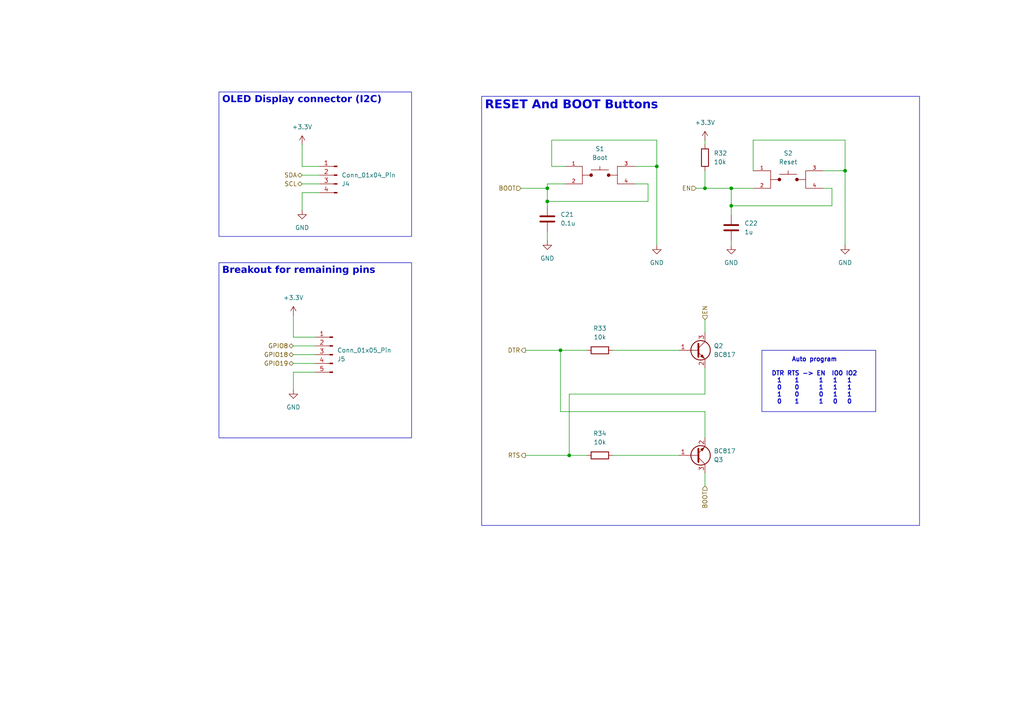
<source format=kicad_sch>
(kicad_sch
	(version 20250114)
	(generator "eeschema")
	(generator_version "9.0")
	(uuid "86def58b-f3c6-4bb6-a2bf-1d4fbe27a2a0")
	(paper "A4")
	(title_block
		(title "User Interface")
		(date "2025-12-15")
		(company "YUKESH S  2024104010")
	)
	(lib_symbols
		(symbol "Connector:Conn_01x04_Pin"
			(pin_names
				(offset 1.016)
				(hide yes)
			)
			(exclude_from_sim no)
			(in_bom yes)
			(on_board yes)
			(property "Reference" "J"
				(at 0 5.08 0)
				(effects
					(font
						(size 1.27 1.27)
					)
				)
			)
			(property "Value" "Conn_01x04_Pin"
				(at 0 -7.62 0)
				(effects
					(font
						(size 1.27 1.27)
					)
				)
			)
			(property "Footprint" ""
				(at 0 0 0)
				(effects
					(font
						(size 1.27 1.27)
					)
					(hide yes)
				)
			)
			(property "Datasheet" "~"
				(at 0 0 0)
				(effects
					(font
						(size 1.27 1.27)
					)
					(hide yes)
				)
			)
			(property "Description" "Generic connector, single row, 01x04, script generated"
				(at 0 0 0)
				(effects
					(font
						(size 1.27 1.27)
					)
					(hide yes)
				)
			)
			(property "ki_locked" ""
				(at 0 0 0)
				(effects
					(font
						(size 1.27 1.27)
					)
				)
			)
			(property "ki_keywords" "connector"
				(at 0 0 0)
				(effects
					(font
						(size 1.27 1.27)
					)
					(hide yes)
				)
			)
			(property "ki_fp_filters" "Connector*:*_1x??_*"
				(at 0 0 0)
				(effects
					(font
						(size 1.27 1.27)
					)
					(hide yes)
				)
			)
			(symbol "Conn_01x04_Pin_1_1"
				(rectangle
					(start 0.8636 2.667)
					(end 0 2.413)
					(stroke
						(width 0.1524)
						(type default)
					)
					(fill
						(type outline)
					)
				)
				(rectangle
					(start 0.8636 0.127)
					(end 0 -0.127)
					(stroke
						(width 0.1524)
						(type default)
					)
					(fill
						(type outline)
					)
				)
				(rectangle
					(start 0.8636 -2.413)
					(end 0 -2.667)
					(stroke
						(width 0.1524)
						(type default)
					)
					(fill
						(type outline)
					)
				)
				(rectangle
					(start 0.8636 -4.953)
					(end 0 -5.207)
					(stroke
						(width 0.1524)
						(type default)
					)
					(fill
						(type outline)
					)
				)
				(polyline
					(pts
						(xy 1.27 2.54) (xy 0.8636 2.54)
					)
					(stroke
						(width 0.1524)
						(type default)
					)
					(fill
						(type none)
					)
				)
				(polyline
					(pts
						(xy 1.27 0) (xy 0.8636 0)
					)
					(stroke
						(width 0.1524)
						(type default)
					)
					(fill
						(type none)
					)
				)
				(polyline
					(pts
						(xy 1.27 -2.54) (xy 0.8636 -2.54)
					)
					(stroke
						(width 0.1524)
						(type default)
					)
					(fill
						(type none)
					)
				)
				(polyline
					(pts
						(xy 1.27 -5.08) (xy 0.8636 -5.08)
					)
					(stroke
						(width 0.1524)
						(type default)
					)
					(fill
						(type none)
					)
				)
				(pin passive line
					(at 5.08 2.54 180)
					(length 3.81)
					(name "Pin_1"
						(effects
							(font
								(size 1.27 1.27)
							)
						)
					)
					(number "1"
						(effects
							(font
								(size 1.27 1.27)
							)
						)
					)
				)
				(pin passive line
					(at 5.08 0 180)
					(length 3.81)
					(name "Pin_2"
						(effects
							(font
								(size 1.27 1.27)
							)
						)
					)
					(number "2"
						(effects
							(font
								(size 1.27 1.27)
							)
						)
					)
				)
				(pin passive line
					(at 5.08 -2.54 180)
					(length 3.81)
					(name "Pin_3"
						(effects
							(font
								(size 1.27 1.27)
							)
						)
					)
					(number "3"
						(effects
							(font
								(size 1.27 1.27)
							)
						)
					)
				)
				(pin passive line
					(at 5.08 -5.08 180)
					(length 3.81)
					(name "Pin_4"
						(effects
							(font
								(size 1.27 1.27)
							)
						)
					)
					(number "4"
						(effects
							(font
								(size 1.27 1.27)
							)
						)
					)
				)
			)
			(embedded_fonts no)
		)
		(symbol "Connector:Conn_01x05_Pin"
			(pin_names
				(offset 1.016)
				(hide yes)
			)
			(exclude_from_sim no)
			(in_bom yes)
			(on_board yes)
			(property "Reference" "J"
				(at 0 7.62 0)
				(effects
					(font
						(size 1.27 1.27)
					)
				)
			)
			(property "Value" "Conn_01x05_Pin"
				(at 0 -7.62 0)
				(effects
					(font
						(size 1.27 1.27)
					)
				)
			)
			(property "Footprint" ""
				(at 0 0 0)
				(effects
					(font
						(size 1.27 1.27)
					)
					(hide yes)
				)
			)
			(property "Datasheet" "~"
				(at 0 0 0)
				(effects
					(font
						(size 1.27 1.27)
					)
					(hide yes)
				)
			)
			(property "Description" "Generic connector, single row, 01x05, script generated"
				(at 0 0 0)
				(effects
					(font
						(size 1.27 1.27)
					)
					(hide yes)
				)
			)
			(property "ki_locked" ""
				(at 0 0 0)
				(effects
					(font
						(size 1.27 1.27)
					)
				)
			)
			(property "ki_keywords" "connector"
				(at 0 0 0)
				(effects
					(font
						(size 1.27 1.27)
					)
					(hide yes)
				)
			)
			(property "ki_fp_filters" "Connector*:*_1x??_*"
				(at 0 0 0)
				(effects
					(font
						(size 1.27 1.27)
					)
					(hide yes)
				)
			)
			(symbol "Conn_01x05_Pin_1_1"
				(rectangle
					(start 0.8636 5.207)
					(end 0 4.953)
					(stroke
						(width 0.1524)
						(type default)
					)
					(fill
						(type outline)
					)
				)
				(rectangle
					(start 0.8636 2.667)
					(end 0 2.413)
					(stroke
						(width 0.1524)
						(type default)
					)
					(fill
						(type outline)
					)
				)
				(rectangle
					(start 0.8636 0.127)
					(end 0 -0.127)
					(stroke
						(width 0.1524)
						(type default)
					)
					(fill
						(type outline)
					)
				)
				(rectangle
					(start 0.8636 -2.413)
					(end 0 -2.667)
					(stroke
						(width 0.1524)
						(type default)
					)
					(fill
						(type outline)
					)
				)
				(rectangle
					(start 0.8636 -4.953)
					(end 0 -5.207)
					(stroke
						(width 0.1524)
						(type default)
					)
					(fill
						(type outline)
					)
				)
				(polyline
					(pts
						(xy 1.27 5.08) (xy 0.8636 5.08)
					)
					(stroke
						(width 0.1524)
						(type default)
					)
					(fill
						(type none)
					)
				)
				(polyline
					(pts
						(xy 1.27 2.54) (xy 0.8636 2.54)
					)
					(stroke
						(width 0.1524)
						(type default)
					)
					(fill
						(type none)
					)
				)
				(polyline
					(pts
						(xy 1.27 0) (xy 0.8636 0)
					)
					(stroke
						(width 0.1524)
						(type default)
					)
					(fill
						(type none)
					)
				)
				(polyline
					(pts
						(xy 1.27 -2.54) (xy 0.8636 -2.54)
					)
					(stroke
						(width 0.1524)
						(type default)
					)
					(fill
						(type none)
					)
				)
				(polyline
					(pts
						(xy 1.27 -5.08) (xy 0.8636 -5.08)
					)
					(stroke
						(width 0.1524)
						(type default)
					)
					(fill
						(type none)
					)
				)
				(pin passive line
					(at 5.08 5.08 180)
					(length 3.81)
					(name "Pin_1"
						(effects
							(font
								(size 1.27 1.27)
							)
						)
					)
					(number "1"
						(effects
							(font
								(size 1.27 1.27)
							)
						)
					)
				)
				(pin passive line
					(at 5.08 2.54 180)
					(length 3.81)
					(name "Pin_2"
						(effects
							(font
								(size 1.27 1.27)
							)
						)
					)
					(number "2"
						(effects
							(font
								(size 1.27 1.27)
							)
						)
					)
				)
				(pin passive line
					(at 5.08 0 180)
					(length 3.81)
					(name "Pin_3"
						(effects
							(font
								(size 1.27 1.27)
							)
						)
					)
					(number "3"
						(effects
							(font
								(size 1.27 1.27)
							)
						)
					)
				)
				(pin passive line
					(at 5.08 -2.54 180)
					(length 3.81)
					(name "Pin_4"
						(effects
							(font
								(size 1.27 1.27)
							)
						)
					)
					(number "4"
						(effects
							(font
								(size 1.27 1.27)
							)
						)
					)
				)
				(pin passive line
					(at 5.08 -5.08 180)
					(length 3.81)
					(name "Pin_5"
						(effects
							(font
								(size 1.27 1.27)
							)
						)
					)
					(number "5"
						(effects
							(font
								(size 1.27 1.27)
							)
						)
					)
				)
			)
			(embedded_fonts no)
		)
		(symbol "Device:C"
			(pin_numbers
				(hide yes)
			)
			(pin_names
				(offset 0.254)
			)
			(exclude_from_sim no)
			(in_bom yes)
			(on_board yes)
			(property "Reference" "C"
				(at 0.635 2.54 0)
				(effects
					(font
						(size 1.27 1.27)
					)
					(justify left)
				)
			)
			(property "Value" "C"
				(at 0.635 -2.54 0)
				(effects
					(font
						(size 1.27 1.27)
					)
					(justify left)
				)
			)
			(property "Footprint" ""
				(at 0.9652 -3.81 0)
				(effects
					(font
						(size 1.27 1.27)
					)
					(hide yes)
				)
			)
			(property "Datasheet" "~"
				(at 0 0 0)
				(effects
					(font
						(size 1.27 1.27)
					)
					(hide yes)
				)
			)
			(property "Description" "Unpolarized capacitor"
				(at 0 0 0)
				(effects
					(font
						(size 1.27 1.27)
					)
					(hide yes)
				)
			)
			(property "ki_keywords" "cap capacitor"
				(at 0 0 0)
				(effects
					(font
						(size 1.27 1.27)
					)
					(hide yes)
				)
			)
			(property "ki_fp_filters" "C_*"
				(at 0 0 0)
				(effects
					(font
						(size 1.27 1.27)
					)
					(hide yes)
				)
			)
			(symbol "C_0_1"
				(polyline
					(pts
						(xy -2.032 0.762) (xy 2.032 0.762)
					)
					(stroke
						(width 0.508)
						(type default)
					)
					(fill
						(type none)
					)
				)
				(polyline
					(pts
						(xy -2.032 -0.762) (xy 2.032 -0.762)
					)
					(stroke
						(width 0.508)
						(type default)
					)
					(fill
						(type none)
					)
				)
			)
			(symbol "C_1_1"
				(pin passive line
					(at 0 3.81 270)
					(length 2.794)
					(name "~"
						(effects
							(font
								(size 1.27 1.27)
							)
						)
					)
					(number "1"
						(effects
							(font
								(size 1.27 1.27)
							)
						)
					)
				)
				(pin passive line
					(at 0 -3.81 90)
					(length 2.794)
					(name "~"
						(effects
							(font
								(size 1.27 1.27)
							)
						)
					)
					(number "2"
						(effects
							(font
								(size 1.27 1.27)
							)
						)
					)
				)
			)
			(embedded_fonts no)
		)
		(symbol "Device:R"
			(pin_numbers
				(hide yes)
			)
			(pin_names
				(offset 0)
			)
			(exclude_from_sim no)
			(in_bom yes)
			(on_board yes)
			(property "Reference" "R"
				(at 2.032 0 90)
				(effects
					(font
						(size 1.27 1.27)
					)
				)
			)
			(property "Value" "R"
				(at 0 0 90)
				(effects
					(font
						(size 1.27 1.27)
					)
				)
			)
			(property "Footprint" ""
				(at -1.778 0 90)
				(effects
					(font
						(size 1.27 1.27)
					)
					(hide yes)
				)
			)
			(property "Datasheet" "~"
				(at 0 0 0)
				(effects
					(font
						(size 1.27 1.27)
					)
					(hide yes)
				)
			)
			(property "Description" "Resistor"
				(at 0 0 0)
				(effects
					(font
						(size 1.27 1.27)
					)
					(hide yes)
				)
			)
			(property "ki_keywords" "R res resistor"
				(at 0 0 0)
				(effects
					(font
						(size 1.27 1.27)
					)
					(hide yes)
				)
			)
			(property "ki_fp_filters" "R_*"
				(at 0 0 0)
				(effects
					(font
						(size 1.27 1.27)
					)
					(hide yes)
				)
			)
			(symbol "R_0_1"
				(rectangle
					(start -1.016 -2.54)
					(end 1.016 2.54)
					(stroke
						(width 0.254)
						(type default)
					)
					(fill
						(type none)
					)
				)
			)
			(symbol "R_1_1"
				(pin passive line
					(at 0 3.81 270)
					(length 1.27)
					(name "~"
						(effects
							(font
								(size 1.27 1.27)
							)
						)
					)
					(number "1"
						(effects
							(font
								(size 1.27 1.27)
							)
						)
					)
				)
				(pin passive line
					(at 0 -3.81 90)
					(length 1.27)
					(name "~"
						(effects
							(font
								(size 1.27 1.27)
							)
						)
					)
					(number "2"
						(effects
							(font
								(size 1.27 1.27)
							)
						)
					)
				)
			)
			(embedded_fonts no)
		)
		(symbol "TL3305AF260QG:TL3305AF260QG"
			(pin_names
				(offset 1.016)
			)
			(exclude_from_sim no)
			(in_bom yes)
			(on_board yes)
			(property "Reference" "U"
				(at -5.08 5.08 0)
				(effects
					(font
						(size 1.27 1.27)
					)
					(justify left bottom)
				)
			)
			(property "Value" "TL3305AF260QG"
				(at -5.08 -5.08 0)
				(effects
					(font
						(size 1.27 1.27)
					)
					(justify left bottom)
				)
			)
			(property "Footprint" "TL3305AF260QG:SW_TL3305AF260QG"
				(at 0 0 0)
				(effects
					(font
						(size 1.27 1.27)
					)
					(justify bottom)
					(hide yes)
				)
			)
			(property "Datasheet" ""
				(at 0 0 0)
				(effects
					(font
						(size 1.27 1.27)
					)
					(hide yes)
				)
			)
			(property "Description" ""
				(at 0 0 0)
				(effects
					(font
						(size 1.27 1.27)
					)
					(hide yes)
				)
			)
			(property "MF" "E-Switch"
				(at 0 0 0)
				(effects
					(font
						(size 1.27 1.27)
					)
					(justify bottom)
					(hide yes)
				)
			)
			(property "MAXIMUM_PACKAGE_HEIGHT" "3.8mm"
				(at 0 0 0)
				(effects
					(font
						(size 1.27 1.27)
					)
					(justify bottom)
					(hide yes)
				)
			)
			(property "Package" "SMD-4 E-Switch"
				(at 0 0 0)
				(effects
					(font
						(size 1.27 1.27)
					)
					(justify bottom)
					(hide yes)
				)
			)
			(property "Price" "None"
				(at 0 0 0)
				(effects
					(font
						(size 1.27 1.27)
					)
					(justify bottom)
					(hide yes)
				)
			)
			(property "Check_prices" "https://www.snapeda.com/parts/TL3305AF260QG/E-Switch/view-part/?ref=eda"
				(at 0 0 0)
				(effects
					(font
						(size 1.27 1.27)
					)
					(justify bottom)
					(hide yes)
				)
			)
			(property "STANDARD" "Manufacturer recommendations"
				(at 0 0 0)
				(effects
					(font
						(size 1.27 1.27)
					)
					(justify bottom)
					(hide yes)
				)
			)
			(property "PARTREV" "C"
				(at 0 0 0)
				(effects
					(font
						(size 1.27 1.27)
					)
					(justify bottom)
					(hide yes)
				)
			)
			(property "SnapEDA_Link" "https://www.snapeda.com/parts/TL3305AF260QG/E-Switch/view-part/?ref=snap"
				(at 0 0 0)
				(effects
					(font
						(size 1.27 1.27)
					)
					(justify bottom)
					(hide yes)
				)
			)
			(property "MP" "TL3305AF260QG"
				(at 0 0 0)
				(effects
					(font
						(size 1.27 1.27)
					)
					(justify bottom)
					(hide yes)
				)
			)
			(property "Description_1" "Tactile Switch SPST-NO Top Actuated Surface Mount"
				(at 0 0 0)
				(effects
					(font
						(size 1.27 1.27)
					)
					(justify bottom)
					(hide yes)
				)
			)
			(property "Availability" "In Stock"
				(at 0 0 0)
				(effects
					(font
						(size 1.27 1.27)
					)
					(justify bottom)
					(hide yes)
				)
			)
			(property "MANUFACTURER" "E-Switch"
				(at 0 0 0)
				(effects
					(font
						(size 1.27 1.27)
					)
					(justify bottom)
					(hide yes)
				)
			)
			(symbol "TL3305AF260QG_0_0"
				(polyline
					(pts
						(xy -5.08 2.54) (xy -5.08 -2.54)
					)
					(stroke
						(width 0.1524)
						(type default)
					)
					(fill
						(type none)
					)
				)
				(polyline
					(pts
						(xy -5.08 0) (xy -2.54 0)
					)
					(stroke
						(width 0.1524)
						(type default)
					)
					(fill
						(type none)
					)
				)
				(polyline
					(pts
						(xy -2.54 1.524) (xy 0 1.524)
					)
					(stroke
						(width 0.1524)
						(type default)
					)
					(fill
						(type none)
					)
				)
				(circle
					(center -2.54 0)
					(radius 0.254)
					(stroke
						(width 0.508)
						(type default)
					)
					(fill
						(type none)
					)
				)
				(polyline
					(pts
						(xy 0 2.54) (xy 0 1.524)
					)
					(stroke
						(width 0.1524)
						(type default)
					)
					(fill
						(type none)
					)
				)
				(polyline
					(pts
						(xy 0 1.524) (xy 2.54 1.524)
					)
					(stroke
						(width 0.1524)
						(type default)
					)
					(fill
						(type none)
					)
				)
				(circle
					(center 2.54 0)
					(radius 0.254)
					(stroke
						(width 0.508)
						(type default)
					)
					(fill
						(type none)
					)
				)
				(polyline
					(pts
						(xy 5.08 2.54) (xy 5.08 -2.54)
					)
					(stroke
						(width 0.1524)
						(type default)
					)
					(fill
						(type none)
					)
				)
				(polyline
					(pts
						(xy 5.08 0) (xy 2.54 0)
					)
					(stroke
						(width 0.1524)
						(type default)
					)
					(fill
						(type none)
					)
				)
				(pin passive line
					(at -10.16 2.54 0)
					(length 5.08)
					(name "~"
						(effects
							(font
								(size 1.016 1.016)
							)
						)
					)
					(number "1"
						(effects
							(font
								(size 1.016 1.016)
							)
						)
					)
				)
				(pin passive line
					(at -10.16 -2.54 0)
					(length 5.08)
					(name "~"
						(effects
							(font
								(size 1.016 1.016)
							)
						)
					)
					(number "2"
						(effects
							(font
								(size 1.016 1.016)
							)
						)
					)
				)
				(pin passive line
					(at 10.16 2.54 180)
					(length 5.08)
					(name "~"
						(effects
							(font
								(size 1.016 1.016)
							)
						)
					)
					(number "3"
						(effects
							(font
								(size 1.016 1.016)
							)
						)
					)
				)
				(pin passive line
					(at 10.16 -2.54 180)
					(length 5.08)
					(name "~"
						(effects
							(font
								(size 1.016 1.016)
							)
						)
					)
					(number "4"
						(effects
							(font
								(size 1.016 1.016)
							)
						)
					)
				)
			)
			(embedded_fonts no)
		)
		(symbol "Transistor_BJT:BC817"
			(pin_names
				(offset 0)
				(hide yes)
			)
			(exclude_from_sim no)
			(in_bom yes)
			(on_board yes)
			(property "Reference" "Q"
				(at 5.08 1.905 0)
				(effects
					(font
						(size 1.27 1.27)
					)
					(justify left)
				)
			)
			(property "Value" "BC817"
				(at 5.08 0 0)
				(effects
					(font
						(size 1.27 1.27)
					)
					(justify left)
				)
			)
			(property "Footprint" "Package_TO_SOT_SMD:SOT-23"
				(at 5.08 -1.905 0)
				(effects
					(font
						(size 1.27 1.27)
						(italic yes)
					)
					(justify left)
					(hide yes)
				)
			)
			(property "Datasheet" "https://www.onsemi.com/pub/Collateral/BC818-D.pdf"
				(at 0 0 0)
				(effects
					(font
						(size 1.27 1.27)
					)
					(justify left)
					(hide yes)
				)
			)
			(property "Description" "0.8A Ic, 45V Vce, NPN Transistor, SOT-23"
				(at 0 0 0)
				(effects
					(font
						(size 1.27 1.27)
					)
					(hide yes)
				)
			)
			(property "ki_keywords" "NPN Transistor"
				(at 0 0 0)
				(effects
					(font
						(size 1.27 1.27)
					)
					(hide yes)
				)
			)
			(property "ki_fp_filters" "SOT?23*"
				(at 0 0 0)
				(effects
					(font
						(size 1.27 1.27)
					)
					(hide yes)
				)
			)
			(symbol "BC817_0_1"
				(polyline
					(pts
						(xy -2.54 0) (xy 0.635 0)
					)
					(stroke
						(width 0)
						(type default)
					)
					(fill
						(type none)
					)
				)
				(polyline
					(pts
						(xy 0.635 1.905) (xy 0.635 -1.905)
					)
					(stroke
						(width 0.508)
						(type default)
					)
					(fill
						(type none)
					)
				)
				(circle
					(center 1.27 0)
					(radius 2.8194)
					(stroke
						(width 0.254)
						(type default)
					)
					(fill
						(type none)
					)
				)
			)
			(symbol "BC817_1_1"
				(polyline
					(pts
						(xy 0.635 0.635) (xy 2.54 2.54)
					)
					(stroke
						(width 0)
						(type default)
					)
					(fill
						(type none)
					)
				)
				(polyline
					(pts
						(xy 0.635 -0.635) (xy 2.54 -2.54)
					)
					(stroke
						(width 0)
						(type default)
					)
					(fill
						(type none)
					)
				)
				(polyline
					(pts
						(xy 1.27 -1.778) (xy 1.778 -1.27) (xy 2.286 -2.286) (xy 1.27 -1.778)
					)
					(stroke
						(width 0)
						(type default)
					)
					(fill
						(type outline)
					)
				)
				(pin input line
					(at -5.08 0 0)
					(length 2.54)
					(name "B"
						(effects
							(font
								(size 1.27 1.27)
							)
						)
					)
					(number "1"
						(effects
							(font
								(size 1.27 1.27)
							)
						)
					)
				)
				(pin passive line
					(at 2.54 5.08 270)
					(length 2.54)
					(name "C"
						(effects
							(font
								(size 1.27 1.27)
							)
						)
					)
					(number "3"
						(effects
							(font
								(size 1.27 1.27)
							)
						)
					)
				)
				(pin passive line
					(at 2.54 -5.08 90)
					(length 2.54)
					(name "E"
						(effects
							(font
								(size 1.27 1.27)
							)
						)
					)
					(number "2"
						(effects
							(font
								(size 1.27 1.27)
							)
						)
					)
				)
			)
			(embedded_fonts no)
		)
		(symbol "power:+3.3V"
			(power)
			(pin_numbers
				(hide yes)
			)
			(pin_names
				(offset 0)
				(hide yes)
			)
			(exclude_from_sim no)
			(in_bom yes)
			(on_board yes)
			(property "Reference" "#PWR"
				(at 0 -3.81 0)
				(effects
					(font
						(size 1.27 1.27)
					)
					(hide yes)
				)
			)
			(property "Value" "+3.3V"
				(at 0 3.556 0)
				(effects
					(font
						(size 1.27 1.27)
					)
				)
			)
			(property "Footprint" ""
				(at 0 0 0)
				(effects
					(font
						(size 1.27 1.27)
					)
					(hide yes)
				)
			)
			(property "Datasheet" ""
				(at 0 0 0)
				(effects
					(font
						(size 1.27 1.27)
					)
					(hide yes)
				)
			)
			(property "Description" "Power symbol creates a global label with name \"+3.3V\""
				(at 0 0 0)
				(effects
					(font
						(size 1.27 1.27)
					)
					(hide yes)
				)
			)
			(property "ki_keywords" "global power"
				(at 0 0 0)
				(effects
					(font
						(size 1.27 1.27)
					)
					(hide yes)
				)
			)
			(symbol "+3.3V_0_1"
				(polyline
					(pts
						(xy -0.762 1.27) (xy 0 2.54)
					)
					(stroke
						(width 0)
						(type default)
					)
					(fill
						(type none)
					)
				)
				(polyline
					(pts
						(xy 0 2.54) (xy 0.762 1.27)
					)
					(stroke
						(width 0)
						(type default)
					)
					(fill
						(type none)
					)
				)
				(polyline
					(pts
						(xy 0 0) (xy 0 2.54)
					)
					(stroke
						(width 0)
						(type default)
					)
					(fill
						(type none)
					)
				)
			)
			(symbol "+3.3V_1_1"
				(pin power_in line
					(at 0 0 90)
					(length 0)
					(name "~"
						(effects
							(font
								(size 1.27 1.27)
							)
						)
					)
					(number "1"
						(effects
							(font
								(size 1.27 1.27)
							)
						)
					)
				)
			)
			(embedded_fonts no)
		)
		(symbol "power:GND"
			(power)
			(pin_numbers
				(hide yes)
			)
			(pin_names
				(offset 0)
				(hide yes)
			)
			(exclude_from_sim no)
			(in_bom yes)
			(on_board yes)
			(property "Reference" "#PWR"
				(at 0 -6.35 0)
				(effects
					(font
						(size 1.27 1.27)
					)
					(hide yes)
				)
			)
			(property "Value" "GND"
				(at 0 -3.81 0)
				(effects
					(font
						(size 1.27 1.27)
					)
				)
			)
			(property "Footprint" ""
				(at 0 0 0)
				(effects
					(font
						(size 1.27 1.27)
					)
					(hide yes)
				)
			)
			(property "Datasheet" ""
				(at 0 0 0)
				(effects
					(font
						(size 1.27 1.27)
					)
					(hide yes)
				)
			)
			(property "Description" "Power symbol creates a global label with name \"GND\" , ground"
				(at 0 0 0)
				(effects
					(font
						(size 1.27 1.27)
					)
					(hide yes)
				)
			)
			(property "ki_keywords" "global power"
				(at 0 0 0)
				(effects
					(font
						(size 1.27 1.27)
					)
					(hide yes)
				)
			)
			(symbol "GND_0_1"
				(polyline
					(pts
						(xy 0 0) (xy 0 -1.27) (xy 1.27 -1.27) (xy 0 -2.54) (xy -1.27 -1.27) (xy 0 -1.27)
					)
					(stroke
						(width 0)
						(type default)
					)
					(fill
						(type none)
					)
				)
			)
			(symbol "GND_1_1"
				(pin power_in line
					(at 0 0 270)
					(length 0)
					(name "~"
						(effects
							(font
								(size 1.27 1.27)
							)
						)
					)
					(number "1"
						(effects
							(font
								(size 1.27 1.27)
							)
						)
					)
				)
			)
			(embedded_fonts no)
		)
	)
	(text "Auto program\n\nDTR RTS -> EN  IO0 IO2\n1    1      1   1   1\n0    0      1   1   1\n1    0      0   1   1\n0    1      1   0   0"
		(exclude_from_sim no)
		(at 236.22 110.49 0)
		(effects
			(font
				(size 1.27 1.27)
				(thickness 0.254)
				(bold yes)
			)
		)
		(uuid "7e173a54-a14f-4496-a7bf-64f4145b7cfb")
	)
	(text_box "Breakout for remaining pins"
		(exclude_from_sim no)
		(at 63.5 76.2 0)
		(size 55.88 50.8)
		(margins 0.9525 0.9525 0.9525 0.9525)
		(stroke
			(width 0)
			(type solid)
		)
		(fill
			(type none)
		)
		(effects
			(font
				(face "Arial Rounded MT Bold")
				(size 2 2)
				(bold yes)
			)
			(justify left top)
		)
		(uuid "240378dd-c709-4199-af97-55f35e08ec60")
	)
	(text_box ""
		(exclude_from_sim no)
		(at 220.98 101.6 0)
		(size 33.02 17.78)
		(margins 0.9525 0.9525 0.9525 0.9525)
		(stroke
			(width 0)
			(type solid)
		)
		(fill
			(type none)
		)
		(effects
			(font
				(size 1.27 1.27)
			)
			(justify left top)
		)
		(uuid "34c8768d-3c62-4965-b34c-ef81b22aeb56")
	)
	(text_box "RESET And BOOT Buttons"
		(exclude_from_sim no)
		(at 139.7 27.94 0)
		(size 127 124.46)
		(margins 0.9525 0.9525 0.9525 0.9525)
		(stroke
			(width 0)
			(type solid)
		)
		(fill
			(type none)
		)
		(effects
			(font
				(face "Arial Rounded MT Bold")
				(size 2.5 2.5)
				(bold yes)
			)
			(justify left top)
		)
		(uuid "94316ac1-abc5-43e9-9dae-1f6f9f9c83d7")
	)
	(text_box "OLED Display connector (I2C)"
		(exclude_from_sim no)
		(at 63.5 26.67 0)
		(size 55.88 41.91)
		(margins 0.9525 0.9525 0.9525 0.9525)
		(stroke
			(width 0)
			(type solid)
		)
		(fill
			(type none)
		)
		(effects
			(font
				(face "Arial Rounded MT Bold")
				(size 2 2)
				(bold yes)
			)
			(justify left top)
		)
		(uuid "f6527142-661c-4d43-8524-bdf45fa922af")
	)
	(junction
		(at 162.56 101.6)
		(diameter 0)
		(color 0 0 0 0)
		(uuid "1a9e9fcd-9667-4443-a70e-66104c48636f")
	)
	(junction
		(at 158.75 54.61)
		(diameter 0)
		(color 0 0 0 0)
		(uuid "316972d3-488b-4b2d-b918-d742a0287731")
	)
	(junction
		(at 212.09 59.69)
		(diameter 0)
		(color 0 0 0 0)
		(uuid "391590af-919e-47e5-ba19-1c4c6293976c")
	)
	(junction
		(at 190.5 48.26)
		(diameter 0)
		(color 0 0 0 0)
		(uuid "838da152-3371-4691-8560-30f557a029f3")
	)
	(junction
		(at 204.47 54.61)
		(diameter 0)
		(color 0 0 0 0)
		(uuid "85450164-94b1-4553-98d7-7b76e6b505e2")
	)
	(junction
		(at 245.11 49.53)
		(diameter 0)
		(color 0 0 0 0)
		(uuid "97320e50-05d3-4c98-a06d-db60b4c3278e")
	)
	(junction
		(at 165.1 132.08)
		(diameter 0)
		(color 0 0 0 0)
		(uuid "b14233ff-6f3f-4776-83f7-00dfc37e434a")
	)
	(junction
		(at 212.09 54.61)
		(diameter 0)
		(color 0 0 0 0)
		(uuid "e1181f6a-de93-4eff-9b41-7a2b8a2b1b92")
	)
	(junction
		(at 158.75 58.42)
		(diameter 0)
		(color 0 0 0 0)
		(uuid "f5ddddaf-818e-4938-9489-88882be03532")
	)
	(wire
		(pts
			(xy 187.96 53.34) (xy 187.96 58.42)
		)
		(stroke
			(width 0)
			(type default)
		)
		(uuid "0606a3ce-9b28-4cbc-a711-e1d304620589")
	)
	(wire
		(pts
			(xy 241.3 54.61) (xy 238.76 54.61)
		)
		(stroke
			(width 0)
			(type default)
		)
		(uuid "0b0166bf-c70f-4a0e-8feb-64b354f9b39a")
	)
	(wire
		(pts
			(xy 85.09 100.33) (xy 91.44 100.33)
		)
		(stroke
			(width 0)
			(type default)
		)
		(uuid "0e9c2db5-829c-4a42-a76e-0b8bc7a22258")
	)
	(wire
		(pts
			(xy 204.47 106.68) (xy 204.47 114.3)
		)
		(stroke
			(width 0)
			(type default)
		)
		(uuid "1002e9e9-5842-484d-8247-1d10a698be2d")
	)
	(wire
		(pts
			(xy 204.47 114.3) (xy 165.1 114.3)
		)
		(stroke
			(width 0)
			(type default)
		)
		(uuid "1c806319-4bce-412c-b710-3f3ebe05513d")
	)
	(wire
		(pts
			(xy 245.11 40.64) (xy 245.11 49.53)
		)
		(stroke
			(width 0)
			(type default)
		)
		(uuid "285eb2fe-a831-412d-a895-54db1c7c0716")
	)
	(wire
		(pts
			(xy 238.76 49.53) (xy 245.11 49.53)
		)
		(stroke
			(width 0)
			(type default)
		)
		(uuid "2baa85f2-944c-4a6e-8ecf-036cd5fff128")
	)
	(wire
		(pts
			(xy 160.02 48.26) (xy 160.02 40.64)
		)
		(stroke
			(width 0)
			(type default)
		)
		(uuid "2d1e85b5-bd91-4948-8127-1995ee921dd5")
	)
	(wire
		(pts
			(xy 177.8 132.08) (xy 196.85 132.08)
		)
		(stroke
			(width 0)
			(type default)
		)
		(uuid "2ec2d7d6-6983-41fa-bfe0-102d6d3e948f")
	)
	(wire
		(pts
			(xy 85.09 107.95) (xy 91.44 107.95)
		)
		(stroke
			(width 0)
			(type default)
		)
		(uuid "33634579-100d-41a5-891c-844238339b19")
	)
	(wire
		(pts
			(xy 152.4 132.08) (xy 165.1 132.08)
		)
		(stroke
			(width 0)
			(type default)
		)
		(uuid "35726dc6-ed68-4d0a-be84-59345d775fa9")
	)
	(wire
		(pts
			(xy 158.75 58.42) (xy 187.96 58.42)
		)
		(stroke
			(width 0)
			(type default)
		)
		(uuid "397301d1-fe54-4258-9d64-08d425e54ef7")
	)
	(wire
		(pts
			(xy 85.09 107.95) (xy 85.09 113.03)
		)
		(stroke
			(width 0)
			(type default)
		)
		(uuid "3de3ea72-4f14-41ac-91bd-df55b2465080")
	)
	(wire
		(pts
			(xy 204.47 49.53) (xy 204.47 54.61)
		)
		(stroke
			(width 0)
			(type default)
		)
		(uuid "3e5bee07-02c0-485c-96a0-2d5637ac0bd9")
	)
	(wire
		(pts
			(xy 184.15 53.34) (xy 187.96 53.34)
		)
		(stroke
			(width 0)
			(type default)
		)
		(uuid "3eaca6fc-689e-4e6c-93c1-d530fe3be9ed")
	)
	(wire
		(pts
			(xy 87.63 53.34) (xy 92.71 53.34)
		)
		(stroke
			(width 0)
			(type default)
		)
		(uuid "466a8c9c-aeee-4b99-b11e-bbc641bd8bcc")
	)
	(wire
		(pts
			(xy 204.47 127) (xy 204.47 119.38)
		)
		(stroke
			(width 0)
			(type default)
		)
		(uuid "50a784b0-ca77-4d0f-b670-be1dc0a196fa")
	)
	(wire
		(pts
			(xy 218.44 49.53) (xy 218.44 40.64)
		)
		(stroke
			(width 0)
			(type default)
		)
		(uuid "51f8343e-6d46-4ac1-b42c-9d41e540d1c9")
	)
	(wire
		(pts
			(xy 204.47 137.16) (xy 204.47 140.97)
		)
		(stroke
			(width 0)
			(type default)
		)
		(uuid "5292d86b-33d6-4ef6-afcc-f0e0b8ecb020")
	)
	(wire
		(pts
			(xy 165.1 132.08) (xy 170.18 132.08)
		)
		(stroke
			(width 0)
			(type default)
		)
		(uuid "5798991b-5574-4302-8f18-9350318538f3")
	)
	(wire
		(pts
			(xy 158.75 54.61) (xy 158.75 58.42)
		)
		(stroke
			(width 0)
			(type default)
		)
		(uuid "5eb28a08-7d3e-4ddf-9897-d1693c6bd278")
	)
	(wire
		(pts
			(xy 204.47 40.64) (xy 204.47 41.91)
		)
		(stroke
			(width 0)
			(type default)
		)
		(uuid "5f5ae5c5-ccd4-4dc4-8849-7d23e811f01e")
	)
	(wire
		(pts
			(xy 85.09 102.87) (xy 91.44 102.87)
		)
		(stroke
			(width 0)
			(type default)
		)
		(uuid "61a87c56-ba03-4b7c-913e-f866afa9971e")
	)
	(wire
		(pts
			(xy 87.63 48.26) (xy 87.63 41.91)
		)
		(stroke
			(width 0)
			(type default)
		)
		(uuid "63001c04-6bca-4458-ac09-f7be2265e773")
	)
	(wire
		(pts
			(xy 152.4 101.6) (xy 162.56 101.6)
		)
		(stroke
			(width 0)
			(type default)
		)
		(uuid "66da9fae-fe21-4da5-b805-70d1a98f5d7f")
	)
	(wire
		(pts
			(xy 241.3 59.69) (xy 241.3 54.61)
		)
		(stroke
			(width 0)
			(type default)
		)
		(uuid "6be71cc2-fc52-4729-8edf-8511057f95b7")
	)
	(wire
		(pts
			(xy 212.09 59.69) (xy 212.09 62.23)
		)
		(stroke
			(width 0)
			(type default)
		)
		(uuid "6dd8fb2d-1271-4541-a748-a779cec6a704")
	)
	(wire
		(pts
			(xy 87.63 55.88) (xy 87.63 60.96)
		)
		(stroke
			(width 0)
			(type default)
		)
		(uuid "6f5057f0-89a2-4997-b766-91e9d7178159")
	)
	(wire
		(pts
			(xy 204.47 54.61) (xy 212.09 54.61)
		)
		(stroke
			(width 0)
			(type default)
		)
		(uuid "72ab260d-7e94-41fc-98a0-5080b8b3994a")
	)
	(wire
		(pts
			(xy 190.5 48.26) (xy 190.5 71.12)
		)
		(stroke
			(width 0)
			(type default)
		)
		(uuid "7762832a-de90-4176-92d5-906ed711ec67")
	)
	(wire
		(pts
			(xy 158.75 58.42) (xy 158.75 59.69)
		)
		(stroke
			(width 0)
			(type default)
		)
		(uuid "77c325bc-8a99-4f85-947a-26cae16dbfc1")
	)
	(wire
		(pts
			(xy 245.11 49.53) (xy 245.11 71.12)
		)
		(stroke
			(width 0)
			(type default)
		)
		(uuid "7d66a770-d9bd-40c1-9567-599377b1b92e")
	)
	(wire
		(pts
			(xy 204.47 92.71) (xy 204.47 96.52)
		)
		(stroke
			(width 0)
			(type default)
		)
		(uuid "7e5236d1-1c4f-4489-8cee-dcdf8ed55b23")
	)
	(wire
		(pts
			(xy 151.13 54.61) (xy 158.75 54.61)
		)
		(stroke
			(width 0)
			(type default)
		)
		(uuid "7f51b208-2b9e-448a-a1fc-7832c80d7b14")
	)
	(wire
		(pts
			(xy 190.5 40.64) (xy 190.5 48.26)
		)
		(stroke
			(width 0)
			(type default)
		)
		(uuid "837c6278-d9ed-4f4b-9a31-bf1b543dc510")
	)
	(wire
		(pts
			(xy 204.47 119.38) (xy 162.56 119.38)
		)
		(stroke
			(width 0)
			(type default)
		)
		(uuid "8f55b5a2-5d31-461e-b86e-4383d030e67b")
	)
	(wire
		(pts
			(xy 162.56 101.6) (xy 170.18 101.6)
		)
		(stroke
			(width 0)
			(type default)
		)
		(uuid "90a0aa77-2c72-4e5a-96b6-8bd75307d524")
	)
	(wire
		(pts
			(xy 177.8 101.6) (xy 196.85 101.6)
		)
		(stroke
			(width 0)
			(type default)
		)
		(uuid "94ef47f0-a987-4648-a71e-a6f6aaaa3512")
	)
	(wire
		(pts
			(xy 160.02 40.64) (xy 190.5 40.64)
		)
		(stroke
			(width 0)
			(type default)
		)
		(uuid "9c896ac9-088e-440a-b400-29fa7b9841e3")
	)
	(wire
		(pts
			(xy 92.71 48.26) (xy 87.63 48.26)
		)
		(stroke
			(width 0)
			(type default)
		)
		(uuid "a3cb1619-eb87-4688-b0c7-44aa01810e68")
	)
	(wire
		(pts
			(xy 165.1 114.3) (xy 165.1 132.08)
		)
		(stroke
			(width 0)
			(type default)
		)
		(uuid "a506d557-13c6-41dc-9879-ed4a4806c119")
	)
	(wire
		(pts
			(xy 212.09 59.69) (xy 241.3 59.69)
		)
		(stroke
			(width 0)
			(type default)
		)
		(uuid "a7991a33-abb2-4353-87d9-9e9bd3a9b5ec")
	)
	(wire
		(pts
			(xy 85.09 97.79) (xy 85.09 91.44)
		)
		(stroke
			(width 0)
			(type default)
		)
		(uuid "a7f46fb0-0825-44f6-8e70-b23f1af79292")
	)
	(wire
		(pts
			(xy 201.93 54.61) (xy 204.47 54.61)
		)
		(stroke
			(width 0)
			(type default)
		)
		(uuid "b267049f-1f8c-4da5-9d3d-b5085d20246a")
	)
	(wire
		(pts
			(xy 160.02 48.26) (xy 163.83 48.26)
		)
		(stroke
			(width 0)
			(type default)
		)
		(uuid "b3e3094e-e6ae-4838-8926-9140cdb90f0e")
	)
	(wire
		(pts
			(xy 212.09 54.61) (xy 212.09 59.69)
		)
		(stroke
			(width 0)
			(type default)
		)
		(uuid "bf5fe385-0d32-47af-8130-77813742b81c")
	)
	(wire
		(pts
			(xy 218.44 54.61) (xy 212.09 54.61)
		)
		(stroke
			(width 0)
			(type default)
		)
		(uuid "bf6c7747-428d-4fd6-b822-9491abf80eea")
	)
	(wire
		(pts
			(xy 163.83 53.34) (xy 158.75 53.34)
		)
		(stroke
			(width 0)
			(type default)
		)
		(uuid "c36e94d3-9420-46c6-8883-03c6082713bb")
	)
	(wire
		(pts
			(xy 184.15 48.26) (xy 190.5 48.26)
		)
		(stroke
			(width 0)
			(type default)
		)
		(uuid "c3cda2b0-09e9-47dd-87f6-88a6d77895e0")
	)
	(wire
		(pts
			(xy 218.44 40.64) (xy 245.11 40.64)
		)
		(stroke
			(width 0)
			(type default)
		)
		(uuid "e7b62f71-dafc-4b16-9c1a-a08dab39dd64")
	)
	(wire
		(pts
			(xy 85.09 105.41) (xy 91.44 105.41)
		)
		(stroke
			(width 0)
			(type default)
		)
		(uuid "eb51ee01-6738-441b-92b4-fa67fcd106da")
	)
	(wire
		(pts
			(xy 85.09 97.79) (xy 91.44 97.79)
		)
		(stroke
			(width 0)
			(type default)
		)
		(uuid "eb77c18d-d74e-4e26-90e6-15dac6897e37")
	)
	(wire
		(pts
			(xy 87.63 50.8) (xy 92.71 50.8)
		)
		(stroke
			(width 0)
			(type default)
		)
		(uuid "ee761b71-d6f6-4121-b561-ba5c4f1c7bb5")
	)
	(wire
		(pts
			(xy 158.75 53.34) (xy 158.75 54.61)
		)
		(stroke
			(width 0)
			(type default)
		)
		(uuid "efa1316b-d6b0-44d1-aee7-79d4503cb202")
	)
	(wire
		(pts
			(xy 158.75 67.31) (xy 158.75 69.85)
		)
		(stroke
			(width 0)
			(type default)
		)
		(uuid "f19c63c3-c249-4e70-bf8c-ddecf3b87db2")
	)
	(wire
		(pts
			(xy 92.71 55.88) (xy 87.63 55.88)
		)
		(stroke
			(width 0)
			(type default)
		)
		(uuid "f7a581b8-6a19-4b31-93ee-13f3dc2de633")
	)
	(wire
		(pts
			(xy 162.56 101.6) (xy 162.56 119.38)
		)
		(stroke
			(width 0)
			(type default)
		)
		(uuid "fad1dc25-1cdc-4b23-ac43-a5440b09e5e0")
	)
	(wire
		(pts
			(xy 212.09 69.85) (xy 212.09 71.12)
		)
		(stroke
			(width 0)
			(type default)
		)
		(uuid "fe8b10c6-e7b9-4e03-84e0-a9ee770330ba")
	)
	(hierarchical_label "SDA"
		(shape bidirectional)
		(at 87.63 50.8 180)
		(effects
			(font
				(size 1.27 1.27)
			)
			(justify right)
		)
		(uuid "187a7dd2-e070-468b-9918-667aec9a7e24")
	)
	(hierarchical_label "SCL"
		(shape bidirectional)
		(at 87.63 53.34 180)
		(effects
			(font
				(size 1.27 1.27)
			)
			(justify right)
		)
		(uuid "187a7dd2-e070-468b-9918-667aec9a7e25")
	)
	(hierarchical_label "EN"
		(shape input)
		(at 201.93 54.61 180)
		(effects
			(font
				(size 1.27 1.27)
			)
			(justify right)
		)
		(uuid "7609253f-ef4d-4988-82ff-a23a03be6085")
	)
	(hierarchical_label "BOOT"
		(shape input)
		(at 151.13 54.61 180)
		(effects
			(font
				(size 1.27 1.27)
			)
			(justify right)
		)
		(uuid "7702b3ae-fd14-4010-914c-e454221ea553")
	)
	(hierarchical_label "EN"
		(shape input)
		(at 204.47 92.71 90)
		(effects
			(font
				(size 1.27 1.27)
			)
			(justify left)
		)
		(uuid "7ebe24e0-3d78-4322-bf0f-5f4e352053f7")
	)
	(hierarchical_label "BOOT"
		(shape input)
		(at 204.47 140.97 270)
		(effects
			(font
				(size 1.27 1.27)
			)
			(justify right)
		)
		(uuid "7ebe24e0-3d78-4322-bf0f-5f4e352053f8")
	)
	(hierarchical_label "RTS"
		(shape output)
		(at 152.4 132.08 180)
		(effects
			(font
				(size 1.27 1.27)
			)
			(justify right)
		)
		(uuid "9385770e-6f69-4629-ac50-43b56d52e9a3")
	)
	(hierarchical_label "DTR"
		(shape output)
		(at 152.4 101.6 180)
		(effects
			(font
				(size 1.27 1.27)
			)
			(justify right)
		)
		(uuid "9385770e-6f69-4629-ac50-43b56d52e9a4")
	)
	(hierarchical_label "GPIO8"
		(shape bidirectional)
		(at 85.09 100.33 180)
		(effects
			(font
				(size 1.27 1.27)
				(thickness 0.1588)
			)
			(justify right)
		)
		(uuid "acd4cb09-0cab-4c9d-a85e-8eefd15bbba8")
	)
	(hierarchical_label "GPIO18"
		(shape bidirectional)
		(at 85.09 102.87 180)
		(effects
			(font
				(size 1.27 1.27)
				(thickness 0.1588)
			)
			(justify right)
		)
		(uuid "acd4cb09-0cab-4c9d-a85e-8eefd15bbba9")
	)
	(hierarchical_label "GPIO19"
		(shape bidirectional)
		(at 85.09 105.41 180)
		(effects
			(font
				(size 1.27 1.27)
				(thickness 0.1588)
			)
			(justify right)
		)
		(uuid "acd4cb09-0cab-4c9d-a85e-8eefd15bbbaa")
	)
	(symbol
		(lib_id "power:GND")
		(at 212.09 71.12 0)
		(unit 1)
		(exclude_from_sim no)
		(in_bom yes)
		(on_board yes)
		(dnp no)
		(fields_autoplaced yes)
		(uuid "03e62776-e372-41d8-b10d-40871c98b2a1")
		(property "Reference" "#PWR052"
			(at 212.09 77.47 0)
			(effects
				(font
					(size 1.27 1.27)
				)
				(hide yes)
			)
		)
		(property "Value" "GND"
			(at 212.09 76.2 0)
			(effects
				(font
					(size 1.27 1.27)
				)
			)
		)
		(property "Footprint" ""
			(at 212.09 71.12 0)
			(effects
				(font
					(size 1.27 1.27)
				)
				(hide yes)
			)
		)
		(property "Datasheet" ""
			(at 212.09 71.12 0)
			(effects
				(font
					(size 1.27 1.27)
				)
				(hide yes)
			)
		)
		(property "Description" "Power symbol creates a global label with name \"GND\" , ground"
			(at 212.09 71.12 0)
			(effects
				(font
					(size 1.27 1.27)
				)
				(hide yes)
			)
		)
		(pin "1"
			(uuid "ef583321-34d9-4a69-90a4-a10b056048a7")
		)
		(instances
			(project ""
				(path "/8b37029f-0092-46d9-b2c3-ae65ea169db1/bf7efc39-9ec9-4d1d-b4c0-1a44569ebdb6/1a39f0b6-8ac4-4d1f-97dc-2b13ad584edf"
					(reference "#PWR052")
					(unit 1)
				)
			)
		)
	)
	(symbol
		(lib_id "Device:C")
		(at 158.75 63.5 0)
		(unit 1)
		(exclude_from_sim no)
		(in_bom yes)
		(on_board yes)
		(dnp no)
		(fields_autoplaced yes)
		(uuid "127c9646-f287-4fab-ae5a-3f66a741c975")
		(property "Reference" "C21"
			(at 162.56 62.2299 0)
			(effects
				(font
					(size 1.27 1.27)
				)
				(justify left)
			)
		)
		(property "Value" "0.1u"
			(at 162.56 64.7699 0)
			(effects
				(font
					(size 1.27 1.27)
				)
				(justify left)
			)
		)
		(property "Footprint" "Capacitor_SMD:C_0805_2012Metric"
			(at 159.7152 67.31 0)
			(effects
				(font
					(size 1.27 1.27)
				)
				(hide yes)
			)
		)
		(property "Datasheet" "~"
			(at 158.75 63.5 0)
			(effects
				(font
					(size 1.27 1.27)
				)
				(hide yes)
			)
		)
		(property "Description" "Unpolarized capacitor"
			(at 158.75 63.5 0)
			(effects
				(font
					(size 1.27 1.27)
				)
				(hide yes)
			)
		)
		(property "Short Description" ""
			(at 158.75 63.5 0)
			(effects
				(font
					(size 1.27 1.27)
				)
			)
		)
		(pin "1"
			(uuid "a8465533-85b0-4714-91d5-5f6d27f6c666")
		)
		(pin "2"
			(uuid "7de3a46b-1503-4013-a6fb-abf492857e0d")
		)
		(instances
			(project ""
				(path "/8b37029f-0092-46d9-b2c3-ae65ea169db1/bf7efc39-9ec9-4d1d-b4c0-1a44569ebdb6/1a39f0b6-8ac4-4d1f-97dc-2b13ad584edf"
					(reference "C21")
					(unit 1)
				)
			)
		)
	)
	(symbol
		(lib_id "Connector:Conn_01x05_Pin")
		(at 96.52 102.87 0)
		(mirror y)
		(unit 1)
		(exclude_from_sim no)
		(in_bom yes)
		(on_board yes)
		(dnp no)
		(uuid "27ee391a-bad0-45da-8fba-db8db87cec4e")
		(property "Reference" "J5"
			(at 97.79 104.1401 0)
			(effects
				(font
					(size 1.27 1.27)
				)
				(justify right)
			)
		)
		(property "Value" "Conn_01x05_Pin"
			(at 97.79 101.6001 0)
			(effects
				(font
					(size 1.27 1.27)
				)
				(justify right)
			)
		)
		(property "Footprint" "Connector_PinHeader_2.54mm:PinHeader_1x05_P2.54mm_Vertical"
			(at 96.52 102.87 0)
			(effects
				(font
					(size 1.27 1.27)
				)
				(hide yes)
			)
		)
		(property "Datasheet" "~"
			(at 96.52 102.87 0)
			(effects
				(font
					(size 1.27 1.27)
				)
				(hide yes)
			)
		)
		(property "Description" "Generic connector, single row, 01x05, script generated"
			(at 96.52 102.87 0)
			(effects
				(font
					(size 1.27 1.27)
				)
				(hide yes)
			)
		)
		(pin "3"
			(uuid "beafcd88-de54-420e-ad5d-5af3bfb78a57")
		)
		(pin "1"
			(uuid "255da4c7-93b5-438e-8ac6-3892af426e8e")
		)
		(pin "4"
			(uuid "4368be3d-8b19-4d4c-bd22-be4e94d0b8a8")
		)
		(pin "2"
			(uuid "02659c89-e79d-4d35-b4e1-a2f0f54672a1")
		)
		(pin "5"
			(uuid "422c2a07-f960-4c01-85c2-9f70e776f686")
		)
		(instances
			(project ""
				(path "/8b37029f-0092-46d9-b2c3-ae65ea169db1/bf7efc39-9ec9-4d1d-b4c0-1a44569ebdb6/1a39f0b6-8ac4-4d1f-97dc-2b13ad584edf"
					(reference "J5")
					(unit 1)
				)
			)
		)
	)
	(symbol
		(lib_id "Connector:Conn_01x04_Pin")
		(at 97.79 50.8 0)
		(mirror y)
		(unit 1)
		(exclude_from_sim no)
		(in_bom yes)
		(on_board yes)
		(dnp no)
		(uuid "37902a26-b76c-42dc-8f22-31c471e76b18")
		(property "Reference" "J4"
			(at 99.06 53.3401 0)
			(effects
				(font
					(size 1.27 1.27)
				)
				(justify right)
			)
		)
		(property "Value" "Conn_01x04_Pin"
			(at 99.06 50.8001 0)
			(effects
				(font
					(size 1.27 1.27)
				)
				(justify right)
			)
		)
		(property "Footprint" "Connector_PinHeader_2.54mm:PinHeader_1x04_P2.54mm_Vertical"
			(at 97.79 50.8 0)
			(effects
				(font
					(size 1.27 1.27)
				)
				(hide yes)
			)
		)
		(property "Datasheet" "~"
			(at 97.79 50.8 0)
			(effects
				(font
					(size 1.27 1.27)
				)
				(hide yes)
			)
		)
		(property "Description" "Generic connector, single row, 01x04, script generated"
			(at 97.79 50.8 0)
			(effects
				(font
					(size 1.27 1.27)
				)
				(hide yes)
			)
		)
		(pin "2"
			(uuid "db6d1abd-fc48-4a28-ac2a-183a6e43e0fc")
		)
		(pin "3"
			(uuid "c3827634-6dec-42ef-825b-d91e05122cf3")
		)
		(pin "4"
			(uuid "d13beaea-668f-4d27-8a5d-2d6755f44c77")
		)
		(pin "1"
			(uuid "c6eda64e-07b5-4669-85fd-c5c2e3b9cfaa")
		)
		(instances
			(project ""
				(path "/8b37029f-0092-46d9-b2c3-ae65ea169db1/bf7efc39-9ec9-4d1d-b4c0-1a44569ebdb6/1a39f0b6-8ac4-4d1f-97dc-2b13ad584edf"
					(reference "J4")
					(unit 1)
				)
			)
		)
	)
	(symbol
		(lib_id "power:+3.3V")
		(at 204.47 40.64 0)
		(unit 1)
		(exclude_from_sim no)
		(in_bom yes)
		(on_board yes)
		(dnp no)
		(fields_autoplaced yes)
		(uuid "38c507d1-2696-4c7e-8cd3-6bc0d5e67ad7")
		(property "Reference" "#PWR055"
			(at 204.47 44.45 0)
			(effects
				(font
					(size 1.27 1.27)
				)
				(hide yes)
			)
		)
		(property "Value" "+3.3V"
			(at 204.47 35.56 0)
			(effects
				(font
					(size 1.27 1.27)
				)
			)
		)
		(property "Footprint" ""
			(at 204.47 40.64 0)
			(effects
				(font
					(size 1.27 1.27)
				)
				(hide yes)
			)
		)
		(property "Datasheet" ""
			(at 204.47 40.64 0)
			(effects
				(font
					(size 1.27 1.27)
				)
				(hide yes)
			)
		)
		(property "Description" "Power symbol creates a global label with name \"+3.3V\""
			(at 204.47 40.64 0)
			(effects
				(font
					(size 1.27 1.27)
				)
				(hide yes)
			)
		)
		(pin "1"
			(uuid "57409aea-f1fb-4a44-af4e-65be379e0327")
		)
		(instances
			(project "ESP-32 C3 demo project004"
				(path "/8b37029f-0092-46d9-b2c3-ae65ea169db1/bf7efc39-9ec9-4d1d-b4c0-1a44569ebdb6/1a39f0b6-8ac4-4d1f-97dc-2b13ad584edf"
					(reference "#PWR055")
					(unit 1)
				)
			)
		)
	)
	(symbol
		(lib_id "Device:R")
		(at 173.99 132.08 90)
		(unit 1)
		(exclude_from_sim no)
		(in_bom yes)
		(on_board yes)
		(dnp no)
		(fields_autoplaced yes)
		(uuid "67e4c095-3c2b-43a4-85b3-09626830ed7d")
		(property "Reference" "R34"
			(at 173.99 125.73 90)
			(effects
				(font
					(size 1.27 1.27)
				)
			)
		)
		(property "Value" "10k"
			(at 173.99 128.27 90)
			(effects
				(font
					(size 1.27 1.27)
				)
			)
		)
		(property "Footprint" "Resistor_SMD:R_0805_2012Metric"
			(at 173.99 133.858 90)
			(effects
				(font
					(size 1.27 1.27)
				)
				(hide yes)
			)
		)
		(property "Datasheet" "~"
			(at 173.99 132.08 0)
			(effects
				(font
					(size 1.27 1.27)
				)
				(hide yes)
			)
		)
		(property "Description" "Resistor"
			(at 173.99 132.08 0)
			(effects
				(font
					(size 1.27 1.27)
				)
				(hide yes)
			)
		)
		(property "Short Description" ""
			(at 173.99 132.08 0)
			(effects
				(font
					(size 1.27 1.27)
				)
			)
		)
		(pin "2"
			(uuid "e84f11eb-e137-425b-b911-7d1452edaa51")
		)
		(pin "1"
			(uuid "450c5590-6b23-4cd8-b380-15869bef9a50")
		)
		(instances
			(project ""
				(path "/8b37029f-0092-46d9-b2c3-ae65ea169db1/bf7efc39-9ec9-4d1d-b4c0-1a44569ebdb6/1a39f0b6-8ac4-4d1f-97dc-2b13ad584edf"
					(reference "R34")
					(unit 1)
				)
			)
		)
	)
	(symbol
		(lib_id "power:GND")
		(at 190.5 71.12 0)
		(unit 1)
		(exclude_from_sim no)
		(in_bom yes)
		(on_board yes)
		(dnp no)
		(fields_autoplaced yes)
		(uuid "717b0d39-bc30-4698-8e38-0a3b4add345d")
		(property "Reference" "#PWR054"
			(at 190.5 77.47 0)
			(effects
				(font
					(size 1.27 1.27)
				)
				(hide yes)
			)
		)
		(property "Value" "GND"
			(at 190.5 76.2 0)
			(effects
				(font
					(size 1.27 1.27)
				)
			)
		)
		(property "Footprint" ""
			(at 190.5 71.12 0)
			(effects
				(font
					(size 1.27 1.27)
				)
				(hide yes)
			)
		)
		(property "Datasheet" ""
			(at 190.5 71.12 0)
			(effects
				(font
					(size 1.27 1.27)
				)
				(hide yes)
			)
		)
		(property "Description" "Power symbol creates a global label with name \"GND\" , ground"
			(at 190.5 71.12 0)
			(effects
				(font
					(size 1.27 1.27)
				)
				(hide yes)
			)
		)
		(pin "1"
			(uuid "c64b7bf0-4746-4707-9383-d1c359283d76")
		)
		(instances
			(project "ESP-32 C3 demo project004"
				(path "/8b37029f-0092-46d9-b2c3-ae65ea169db1/bf7efc39-9ec9-4d1d-b4c0-1a44569ebdb6/1a39f0b6-8ac4-4d1f-97dc-2b13ad584edf"
					(reference "#PWR054")
					(unit 1)
				)
			)
		)
	)
	(symbol
		(lib_id "power:GND")
		(at 85.09 113.03 0)
		(unit 1)
		(exclude_from_sim no)
		(in_bom yes)
		(on_board yes)
		(dnp no)
		(fields_autoplaced yes)
		(uuid "73f77f67-995b-410c-b882-89b8d432297d")
		(property "Reference" "#PWR050"
			(at 85.09 119.38 0)
			(effects
				(font
					(size 1.27 1.27)
				)
				(hide yes)
			)
		)
		(property "Value" "GND"
			(at 85.09 118.11 0)
			(effects
				(font
					(size 1.27 1.27)
				)
			)
		)
		(property "Footprint" ""
			(at 85.09 113.03 0)
			(effects
				(font
					(size 1.27 1.27)
				)
				(hide yes)
			)
		)
		(property "Datasheet" ""
			(at 85.09 113.03 0)
			(effects
				(font
					(size 1.27 1.27)
				)
				(hide yes)
			)
		)
		(property "Description" "Power symbol creates a global label with name \"GND\" , ground"
			(at 85.09 113.03 0)
			(effects
				(font
					(size 1.27 1.27)
				)
				(hide yes)
			)
		)
		(pin "1"
			(uuid "edba8ba4-fb5d-4e11-83b3-0aab6bc6597e")
		)
		(instances
			(project "ESP-32 C3 demo project004"
				(path "/8b37029f-0092-46d9-b2c3-ae65ea169db1/bf7efc39-9ec9-4d1d-b4c0-1a44569ebdb6/1a39f0b6-8ac4-4d1f-97dc-2b13ad584edf"
					(reference "#PWR050")
					(unit 1)
				)
			)
		)
	)
	(symbol
		(lib_id "power:+3.3V")
		(at 87.63 41.91 0)
		(unit 1)
		(exclude_from_sim no)
		(in_bom yes)
		(on_board yes)
		(dnp no)
		(fields_autoplaced yes)
		(uuid "78074703-8b1b-493b-bab9-d69b7f034cf0")
		(property "Reference" "#PWR047"
			(at 87.63 45.72 0)
			(effects
				(font
					(size 1.27 1.27)
				)
				(hide yes)
			)
		)
		(property "Value" "+3.3V"
			(at 87.63 36.83 0)
			(effects
				(font
					(size 1.27 1.27)
				)
			)
		)
		(property "Footprint" ""
			(at 87.63 41.91 0)
			(effects
				(font
					(size 1.27 1.27)
				)
				(hide yes)
			)
		)
		(property "Datasheet" ""
			(at 87.63 41.91 0)
			(effects
				(font
					(size 1.27 1.27)
				)
				(hide yes)
			)
		)
		(property "Description" "Power symbol creates a global label with name \"+3.3V\""
			(at 87.63 41.91 0)
			(effects
				(font
					(size 1.27 1.27)
				)
				(hide yes)
			)
		)
		(pin "1"
			(uuid "a9f0bf89-33b1-4eaa-80e6-0ce2d775ac3b")
		)
		(instances
			(project "ESP-32 C3 demo project004"
				(path "/8b37029f-0092-46d9-b2c3-ae65ea169db1/bf7efc39-9ec9-4d1d-b4c0-1a44569ebdb6/1a39f0b6-8ac4-4d1f-97dc-2b13ad584edf"
					(reference "#PWR047")
					(unit 1)
				)
			)
		)
	)
	(symbol
		(lib_id "TL3305AF260QG:TL3305AF260QG")
		(at 173.99 50.8 0)
		(unit 1)
		(exclude_from_sim no)
		(in_bom yes)
		(on_board yes)
		(dnp no)
		(fields_autoplaced yes)
		(uuid "7865e894-a107-4a5e-8ed0-53a528593b55")
		(property "Reference" "S1"
			(at 173.99 43.18 0)
			(effects
				(font
					(size 1.27 1.27)
				)
			)
		)
		(property "Value" "Boot"
			(at 173.99 45.72 0)
			(effects
				(font
					(size 1.27 1.27)
				)
			)
		)
		(property "Footprint" "Esp-32_sensor_Board004_Footprints:SW_TL3305AF260QG"
			(at 173.99 50.8 0)
			(effects
				(font
					(size 1.27 1.27)
				)
				(justify bottom)
				(hide yes)
			)
		)
		(property "Datasheet" ""
			(at 173.99 50.8 0)
			(effects
				(font
					(size 1.27 1.27)
				)
				(hide yes)
			)
		)
		(property "Description" ""
			(at 173.99 50.8 0)
			(effects
				(font
					(size 1.27 1.27)
				)
				(hide yes)
			)
		)
		(property "MF" "E-Switch"
			(at 173.99 50.8 0)
			(effects
				(font
					(size 1.27 1.27)
				)
				(justify bottom)
				(hide yes)
			)
		)
		(property "Description_1" "Tactile Switch SPST-NO Top Actuated Surface Mount"
			(at 173.99 50.8 0)
			(effects
				(font
					(size 1.27 1.27)
				)
				(justify bottom)
				(hide yes)
			)
		)
		(property "Package" "SMD-4 E-Switch"
			(at 173.99 50.8 0)
			(effects
				(font
					(size 1.27 1.27)
				)
				(justify bottom)
				(hide yes)
			)
		)
		(property "Price" "None"
			(at 173.99 50.8 0)
			(effects
				(font
					(size 1.27 1.27)
				)
				(justify bottom)
				(hide yes)
			)
		)
		(property "Check_prices" "https://www.snapeda.com/parts/TL3305AF260QG/E-Switch/view-part/?ref=eda"
			(at 173.99 50.8 0)
			(effects
				(font
					(size 1.27 1.27)
				)
				(justify bottom)
				(hide yes)
			)
		)
		(property "STANDARD" "Manufacturer recommendations"
			(at 173.99 50.8 0)
			(effects
				(font
					(size 1.27 1.27)
				)
				(justify bottom)
				(hide yes)
			)
		)
		(property "PARTREV" "C"
			(at 173.99 50.8 0)
			(effects
				(font
					(size 1.27 1.27)
				)
				(justify bottom)
				(hide yes)
			)
		)
		(property "SnapEDA_Link" "https://www.snapeda.com/parts/TL3305AF260QG/E-Switch/view-part/?ref=snap"
			(at 173.99 50.8 0)
			(effects
				(font
					(size 1.27 1.27)
				)
				(justify bottom)
				(hide yes)
			)
		)
		(property "MP" "TL3305AF260QG"
			(at 173.99 50.8 0)
			(effects
				(font
					(size 1.27 1.27)
				)
				(justify bottom)
				(hide yes)
			)
		)
		(property "Availability" "In Stock"
			(at 173.99 50.8 0)
			(effects
				(font
					(size 1.27 1.27)
				)
				(justify bottom)
				(hide yes)
			)
		)
		(property "MANUFACTURER" "E-Switch"
			(at 173.99 50.8 0)
			(effects
				(font
					(size 1.27 1.27)
				)
				(justify bottom)
				(hide yes)
			)
		)
		(property "Short Description" ""
			(at 173.99 50.8 0)
			(effects
				(font
					(size 1.27 1.27)
				)
			)
		)
		(property "MAXIMUM_PACKAGE_HEIGHT" "3.8mm"
			(at 173.99 50.8 0)
			(effects
				(font
					(size 1.27 1.27)
				)
				(justify bottom)
				(hide yes)
			)
		)
		(pin "2"
			(uuid "a935e0e6-893d-4ce9-8a92-f3d24aa7fc22")
		)
		(pin "4"
			(uuid "24631154-314a-432b-82c7-c7c33794895c")
		)
		(pin "3"
			(uuid "a0a3fcdb-cd51-4dac-94fd-58d78f935d06")
		)
		(pin "1"
			(uuid "49c9567e-26ac-4847-b407-cd2fcdf25332")
		)
		(instances
			(project ""
				(path "/8b37029f-0092-46d9-b2c3-ae65ea169db1/bf7efc39-9ec9-4d1d-b4c0-1a44569ebdb6/1a39f0b6-8ac4-4d1f-97dc-2b13ad584edf"
					(reference "S1")
					(unit 1)
				)
			)
		)
	)
	(symbol
		(lib_id "power:GND")
		(at 245.11 71.12 0)
		(unit 1)
		(exclude_from_sim no)
		(in_bom yes)
		(on_board yes)
		(dnp no)
		(fields_autoplaced yes)
		(uuid "920d0a17-a445-4057-96e2-a0ae1513ebe0")
		(property "Reference" "#PWR053"
			(at 245.11 77.47 0)
			(effects
				(font
					(size 1.27 1.27)
				)
				(hide yes)
			)
		)
		(property "Value" "GND"
			(at 245.11 76.2 0)
			(effects
				(font
					(size 1.27 1.27)
				)
			)
		)
		(property "Footprint" ""
			(at 245.11 71.12 0)
			(effects
				(font
					(size 1.27 1.27)
				)
				(hide yes)
			)
		)
		(property "Datasheet" ""
			(at 245.11 71.12 0)
			(effects
				(font
					(size 1.27 1.27)
				)
				(hide yes)
			)
		)
		(property "Description" "Power symbol creates a global label with name \"GND\" , ground"
			(at 245.11 71.12 0)
			(effects
				(font
					(size 1.27 1.27)
				)
				(hide yes)
			)
		)
		(property "Short Description" ""
			(at 245.11 71.12 0)
			(effects
				(font
					(size 1.27 1.27)
				)
			)
		)
		(pin "1"
			(uuid "ef583321-34d9-4a69-90a4-a10b056048a8")
		)
		(instances
			(project ""
				(path "/8b37029f-0092-46d9-b2c3-ae65ea169db1/bf7efc39-9ec9-4d1d-b4c0-1a44569ebdb6/1a39f0b6-8ac4-4d1f-97dc-2b13ad584edf"
					(reference "#PWR053")
					(unit 1)
				)
			)
		)
	)
	(symbol
		(lib_id "power:+3.3V")
		(at 85.09 91.44 0)
		(unit 1)
		(exclude_from_sim no)
		(in_bom yes)
		(on_board yes)
		(dnp no)
		(fields_autoplaced yes)
		(uuid "92b2384e-260a-419f-ad74-181a296bfb9a")
		(property "Reference" "#PWR049"
			(at 85.09 95.25 0)
			(effects
				(font
					(size 1.27 1.27)
				)
				(hide yes)
			)
		)
		(property "Value" "+3.3V"
			(at 85.09 86.36 0)
			(effects
				(font
					(size 1.27 1.27)
				)
			)
		)
		(property "Footprint" ""
			(at 85.09 91.44 0)
			(effects
				(font
					(size 1.27 1.27)
				)
				(hide yes)
			)
		)
		(property "Datasheet" ""
			(at 85.09 91.44 0)
			(effects
				(font
					(size 1.27 1.27)
				)
				(hide yes)
			)
		)
		(property "Description" "Power symbol creates a global label with name \"+3.3V\""
			(at 85.09 91.44 0)
			(effects
				(font
					(size 1.27 1.27)
				)
				(hide yes)
			)
		)
		(pin "1"
			(uuid "6b479f4c-6bbc-4ce8-983b-665f3cbc50d1")
		)
		(instances
			(project "ESP-32 C3 demo project004"
				(path "/8b37029f-0092-46d9-b2c3-ae65ea169db1/bf7efc39-9ec9-4d1d-b4c0-1a44569ebdb6/1a39f0b6-8ac4-4d1f-97dc-2b13ad584edf"
					(reference "#PWR049")
					(unit 1)
				)
			)
		)
	)
	(symbol
		(lib_id "Transistor_BJT:BC817")
		(at 201.93 101.6 0)
		(unit 1)
		(exclude_from_sim no)
		(in_bom yes)
		(on_board yes)
		(dnp no)
		(fields_autoplaced yes)
		(uuid "92f6a51b-4a17-4c0c-a29f-11780b73f280")
		(property "Reference" "Q2"
			(at 207.01 100.3299 0)
			(effects
				(font
					(size 1.27 1.27)
				)
				(justify left)
			)
		)
		(property "Value" "BC817"
			(at 207.01 102.8699 0)
			(effects
				(font
					(size 1.27 1.27)
				)
				(justify left)
			)
		)
		(property "Footprint" "Package_TO_SOT_SMD:SOT-23"
			(at 207.01 103.505 0)
			(effects
				(font
					(size 1.27 1.27)
					(italic yes)
				)
				(justify left)
				(hide yes)
			)
		)
		(property "Datasheet" "https://www.onsemi.com/pub/Collateral/BC818-D.pdf"
			(at 201.93 101.6 0)
			(effects
				(font
					(size 1.27 1.27)
				)
				(justify left)
				(hide yes)
			)
		)
		(property "Description" "0.8A Ic, 45V Vce, NPN Transistor, SOT-23"
			(at 201.93 101.6 0)
			(effects
				(font
					(size 1.27 1.27)
				)
				(hide yes)
			)
		)
		(pin "3"
			(uuid "6c8e5b56-6d65-40b9-af69-571b9106971f")
		)
		(pin "2"
			(uuid "a2256665-d34a-4ec3-bdf6-f0e1ae284298")
		)
		(pin "1"
			(uuid "becadead-8ed8-4a7b-ad33-ae92200e1284")
		)
		(instances
			(project ""
				(path "/8b37029f-0092-46d9-b2c3-ae65ea169db1/bf7efc39-9ec9-4d1d-b4c0-1a44569ebdb6/1a39f0b6-8ac4-4d1f-97dc-2b13ad584edf"
					(reference "Q2")
					(unit 1)
				)
			)
		)
	)
	(symbol
		(lib_id "Device:R")
		(at 204.47 45.72 0)
		(unit 1)
		(exclude_from_sim no)
		(in_bom yes)
		(on_board yes)
		(dnp no)
		(fields_autoplaced yes)
		(uuid "9d08d55c-413f-49a5-b50c-d0574ad9897b")
		(property "Reference" "R32"
			(at 207.01 44.4499 0)
			(effects
				(font
					(size 1.27 1.27)
				)
				(justify left)
			)
		)
		(property "Value" "10k"
			(at 207.01 46.9899 0)
			(effects
				(font
					(size 1.27 1.27)
				)
				(justify left)
			)
		)
		(property "Footprint" "Resistor_SMD:R_0805_2012Metric"
			(at 202.692 45.72 90)
			(effects
				(font
					(size 1.27 1.27)
				)
				(hide yes)
			)
		)
		(property "Datasheet" "~"
			(at 204.47 45.72 0)
			(effects
				(font
					(size 1.27 1.27)
				)
				(hide yes)
			)
		)
		(property "Description" "Resistor"
			(at 204.47 45.72 0)
			(effects
				(font
					(size 1.27 1.27)
				)
				(hide yes)
			)
		)
		(pin "2"
			(uuid "e84f11eb-e137-425b-b911-7d1452edaa52")
		)
		(pin "1"
			(uuid "450c5590-6b23-4cd8-b380-15869bef9a51")
		)
		(instances
			(project ""
				(path "/8b37029f-0092-46d9-b2c3-ae65ea169db1/bf7efc39-9ec9-4d1d-b4c0-1a44569ebdb6/1a39f0b6-8ac4-4d1f-97dc-2b13ad584edf"
					(reference "R32")
					(unit 1)
				)
			)
		)
	)
	(symbol
		(lib_id "power:GND")
		(at 87.63 60.96 0)
		(unit 1)
		(exclude_from_sim no)
		(in_bom yes)
		(on_board yes)
		(dnp no)
		(fields_autoplaced yes)
		(uuid "a625e78f-aec5-4ef8-8194-a332ea4e92f7")
		(property "Reference" "#PWR048"
			(at 87.63 67.31 0)
			(effects
				(font
					(size 1.27 1.27)
				)
				(hide yes)
			)
		)
		(property "Value" "GND"
			(at 87.63 66.04 0)
			(effects
				(font
					(size 1.27 1.27)
				)
			)
		)
		(property "Footprint" ""
			(at 87.63 60.96 0)
			(effects
				(font
					(size 1.27 1.27)
				)
				(hide yes)
			)
		)
		(property "Datasheet" ""
			(at 87.63 60.96 0)
			(effects
				(font
					(size 1.27 1.27)
				)
				(hide yes)
			)
		)
		(property "Description" "Power symbol creates a global label with name \"GND\" , ground"
			(at 87.63 60.96 0)
			(effects
				(font
					(size 1.27 1.27)
				)
				(hide yes)
			)
		)
		(pin "1"
			(uuid "e17ea14f-56a9-4e04-858b-4e402536a1b6")
		)
		(instances
			(project ""
				(path "/8b37029f-0092-46d9-b2c3-ae65ea169db1/bf7efc39-9ec9-4d1d-b4c0-1a44569ebdb6/1a39f0b6-8ac4-4d1f-97dc-2b13ad584edf"
					(reference "#PWR048")
					(unit 1)
				)
			)
		)
	)
	(symbol
		(lib_id "Device:R")
		(at 173.99 101.6 90)
		(unit 1)
		(exclude_from_sim no)
		(in_bom yes)
		(on_board yes)
		(dnp no)
		(fields_autoplaced yes)
		(uuid "ca5ebf07-a494-452d-bd3b-95f978965417")
		(property "Reference" "R33"
			(at 173.99 95.25 90)
			(effects
				(font
					(size 1.27 1.27)
				)
			)
		)
		(property "Value" "10k"
			(at 173.99 97.79 90)
			(effects
				(font
					(size 1.27 1.27)
				)
			)
		)
		(property "Footprint" "Resistor_SMD:R_0805_2012Metric"
			(at 173.99 103.378 90)
			(effects
				(font
					(size 1.27 1.27)
				)
				(hide yes)
			)
		)
		(property "Datasheet" "~"
			(at 173.99 101.6 0)
			(effects
				(font
					(size 1.27 1.27)
				)
				(hide yes)
			)
		)
		(property "Description" "Resistor"
			(at 173.99 101.6 0)
			(effects
				(font
					(size 1.27 1.27)
				)
				(hide yes)
			)
		)
		(pin "2"
			(uuid "e84f11eb-e137-425b-b911-7d1452edaa53")
		)
		(pin "1"
			(uuid "450c5590-6b23-4cd8-b380-15869bef9a52")
		)
		(instances
			(project ""
				(path "/8b37029f-0092-46d9-b2c3-ae65ea169db1/bf7efc39-9ec9-4d1d-b4c0-1a44569ebdb6/1a39f0b6-8ac4-4d1f-97dc-2b13ad584edf"
					(reference "R33")
					(unit 1)
				)
			)
		)
	)
	(symbol
		(lib_id "Device:C")
		(at 212.09 66.04 0)
		(unit 1)
		(exclude_from_sim no)
		(in_bom yes)
		(on_board yes)
		(dnp no)
		(fields_autoplaced yes)
		(uuid "caf56a0d-bbcc-4c98-ac68-54b815b6435b")
		(property "Reference" "C22"
			(at 215.9 64.7699 0)
			(effects
				(font
					(size 1.27 1.27)
				)
				(justify left)
			)
		)
		(property "Value" "1u"
			(at 215.9 67.3099 0)
			(effects
				(font
					(size 1.27 1.27)
				)
				(justify left)
			)
		)
		(property "Footprint" "Capacitor_SMD:C_0805_2012Metric"
			(at 213.0552 69.85 0)
			(effects
				(font
					(size 1.27 1.27)
				)
				(hide yes)
			)
		)
		(property "Datasheet" "~"
			(at 212.09 66.04 0)
			(effects
				(font
					(size 1.27 1.27)
				)
				(hide yes)
			)
		)
		(property "Description" "Unpolarized capacitor"
			(at 212.09 66.04 0)
			(effects
				(font
					(size 1.27 1.27)
				)
				(hide yes)
			)
		)
		(pin "1"
			(uuid "a8465533-85b0-4714-91d5-5f6d27f6c667")
		)
		(pin "2"
			(uuid "7de3a46b-1503-4013-a6fb-abf492857e0e")
		)
		(instances
			(project ""
				(path "/8b37029f-0092-46d9-b2c3-ae65ea169db1/bf7efc39-9ec9-4d1d-b4c0-1a44569ebdb6/1a39f0b6-8ac4-4d1f-97dc-2b13ad584edf"
					(reference "C22")
					(unit 1)
				)
			)
		)
	)
	(symbol
		(lib_id "power:GND")
		(at 158.75 69.85 0)
		(unit 1)
		(exclude_from_sim no)
		(in_bom yes)
		(on_board yes)
		(dnp no)
		(fields_autoplaced yes)
		(uuid "d8cd4bfa-6227-456d-8088-0a0c2f5dfc67")
		(property "Reference" "#PWR051"
			(at 158.75 76.2 0)
			(effects
				(font
					(size 1.27 1.27)
				)
				(hide yes)
			)
		)
		(property "Value" "GND"
			(at 158.75 74.93 0)
			(effects
				(font
					(size 1.27 1.27)
				)
			)
		)
		(property "Footprint" ""
			(at 158.75 69.85 0)
			(effects
				(font
					(size 1.27 1.27)
				)
				(hide yes)
			)
		)
		(property "Datasheet" ""
			(at 158.75 69.85 0)
			(effects
				(font
					(size 1.27 1.27)
				)
				(hide yes)
			)
		)
		(property "Description" "Power symbol creates a global label with name \"GND\" , ground"
			(at 158.75 69.85 0)
			(effects
				(font
					(size 1.27 1.27)
				)
				(hide yes)
			)
		)
		(pin "1"
			(uuid "ef583321-34d9-4a69-90a4-a10b056048a9")
		)
		(instances
			(project ""
				(path "/8b37029f-0092-46d9-b2c3-ae65ea169db1/bf7efc39-9ec9-4d1d-b4c0-1a44569ebdb6/1a39f0b6-8ac4-4d1f-97dc-2b13ad584edf"
					(reference "#PWR051")
					(unit 1)
				)
			)
		)
	)
	(symbol
		(lib_id "Transistor_BJT:BC817")
		(at 201.93 132.08 0)
		(mirror x)
		(unit 1)
		(exclude_from_sim no)
		(in_bom yes)
		(on_board yes)
		(dnp no)
		(uuid "dd8816bc-c8dd-4cd9-97e5-709c50fce1ea")
		(property "Reference" "Q3"
			(at 207.01 133.3501 0)
			(effects
				(font
					(size 1.27 1.27)
				)
				(justify left)
			)
		)
		(property "Value" "BC817"
			(at 207.01 130.8101 0)
			(effects
				(font
					(size 1.27 1.27)
				)
				(justify left)
			)
		)
		(property "Footprint" "Package_TO_SOT_SMD:SOT-23"
			(at 207.01 130.175 0)
			(effects
				(font
					(size 1.27 1.27)
					(italic yes)
				)
				(justify left)
				(hide yes)
			)
		)
		(property "Datasheet" "https://www.onsemi.com/pub/Collateral/BC818-D.pdf"
			(at 201.93 132.08 0)
			(effects
				(font
					(size 1.27 1.27)
				)
				(justify left)
				(hide yes)
			)
		)
		(property "Description" "0.8A Ic, 45V Vce, NPN Transistor, SOT-23"
			(at 201.93 132.08 0)
			(effects
				(font
					(size 1.27 1.27)
				)
				(hide yes)
			)
		)
		(pin "3"
			(uuid "6c8e5b56-6d65-40b9-af69-571b91069720")
		)
		(pin "2"
			(uuid "a2256665-d34a-4ec3-bdf6-f0e1ae284299")
		)
		(pin "1"
			(uuid "becadead-8ed8-4a7b-ad33-ae92200e1285")
		)
		(instances
			(project ""
				(path "/8b37029f-0092-46d9-b2c3-ae65ea169db1/bf7efc39-9ec9-4d1d-b4c0-1a44569ebdb6/1a39f0b6-8ac4-4d1f-97dc-2b13ad584edf"
					(reference "Q3")
					(unit 1)
				)
			)
		)
	)
	(symbol
		(lib_id "TL3305AF260QG:TL3305AF260QG")
		(at 228.6 52.07 0)
		(unit 1)
		(exclude_from_sim no)
		(in_bom yes)
		(on_board yes)
		(dnp no)
		(fields_autoplaced yes)
		(uuid "eb8ee164-c63a-40a6-999e-5e6fd6ef1509")
		(property "Reference" "S2"
			(at 228.6 44.45 0)
			(effects
				(font
					(size 1.27 1.27)
				)
			)
		)
		(property "Value" "Reset"
			(at 228.6 46.99 0)
			(effects
				(font
					(size 1.27 1.27)
				)
			)
		)
		(property "Footprint" "Esp-32_sensor_Board004_Footprints:SW_TL3305AF260QG"
			(at 228.6 52.07 0)
			(effects
				(font
					(size 1.27 1.27)
				)
				(justify bottom)
				(hide yes)
			)
		)
		(property "Datasheet" ""
			(at 228.6 52.07 0)
			(effects
				(font
					(size 1.27 1.27)
				)
				(hide yes)
			)
		)
		(property "Description" ""
			(at 228.6 52.07 0)
			(effects
				(font
					(size 1.27 1.27)
				)
				(hide yes)
			)
		)
		(property "MF" "E-Switch"
			(at 228.6 52.07 0)
			(effects
				(font
					(size 1.27 1.27)
				)
				(justify bottom)
				(hide yes)
			)
		)
		(property "Description_1" "Tactile Switch SPST-NO Top Actuated Surface Mount"
			(at 228.6 52.07 0)
			(effects
				(font
					(size 1.27 1.27)
				)
				(justify bottom)
				(hide yes)
			)
		)
		(property "Package" "SMD-4 E-Switch"
			(at 228.6 52.07 0)
			(effects
				(font
					(size 1.27 1.27)
				)
				(justify bottom)
				(hide yes)
			)
		)
		(property "Price" "None"
			(at 228.6 52.07 0)
			(effects
				(font
					(size 1.27 1.27)
				)
				(justify bottom)
				(hide yes)
			)
		)
		(property "Check_prices" "https://www.snapeda.com/parts/TL3305AF260QG/E-Switch/view-part/?ref=eda"
			(at 228.6 52.07 0)
			(effects
				(font
					(size 1.27 1.27)
				)
				(justify bottom)
				(hide yes)
			)
		)
		(property "STANDARD" "Manufacturer recommendations"
			(at 228.6 52.07 0)
			(effects
				(font
					(size 1.27 1.27)
				)
				(justify bottom)
				(hide yes)
			)
		)
		(property "PARTREV" "C"
			(at 228.6 52.07 0)
			(effects
				(font
					(size 1.27 1.27)
				)
				(justify bottom)
				(hide yes)
			)
		)
		(property "SnapEDA_Link" "https://www.snapeda.com/parts/TL3305AF260QG/E-Switch/view-part/?ref=snap"
			(at 228.6 52.07 0)
			(effects
				(font
					(size 1.27 1.27)
				)
				(justify bottom)
				(hide yes)
			)
		)
		(property "MP" "TL3305AF260QG"
			(at 228.6 52.07 0)
			(effects
				(font
					(size 1.27 1.27)
				)
				(justify bottom)
				(hide yes)
			)
		)
		(property "Availability" "In Stock"
			(at 228.6 52.07 0)
			(effects
				(font
					(size 1.27 1.27)
				)
				(justify bottom)
				(hide yes)
			)
		)
		(property "MANUFACTURER" "E-Switch"
			(at 228.6 52.07 0)
			(effects
				(font
					(size 1.27 1.27)
				)
				(justify bottom)
				(hide yes)
			)
		)
		(property "Short Description" ""
			(at 228.6 52.07 0)
			(effects
				(font
					(size 1.27 1.27)
				)
			)
		)
		(property "MAXIMUM_PACKAGE_HEIGHT" "3.8mm"
			(at 228.6 52.07 0)
			(effects
				(font
					(size 1.27 1.27)
				)
				(justify bottom)
				(hide yes)
			)
		)
		(pin "2"
			(uuid "a935e0e6-893d-4ce9-8a92-f3d24aa7fc23")
		)
		(pin "4"
			(uuid "24631154-314a-432b-82c7-c7c33794895d")
		)
		(pin "3"
			(uuid "a0a3fcdb-cd51-4dac-94fd-58d78f935d07")
		)
		(pin "1"
			(uuid "49c9567e-26ac-4847-b407-cd2fcdf25333")
		)
		(instances
			(project ""
				(path "/8b37029f-0092-46d9-b2c3-ae65ea169db1/bf7efc39-9ec9-4d1d-b4c0-1a44569ebdb6/1a39f0b6-8ac4-4d1f-97dc-2b13ad584edf"
					(reference "S2")
					(unit 1)
				)
			)
		)
	)
)

</source>
